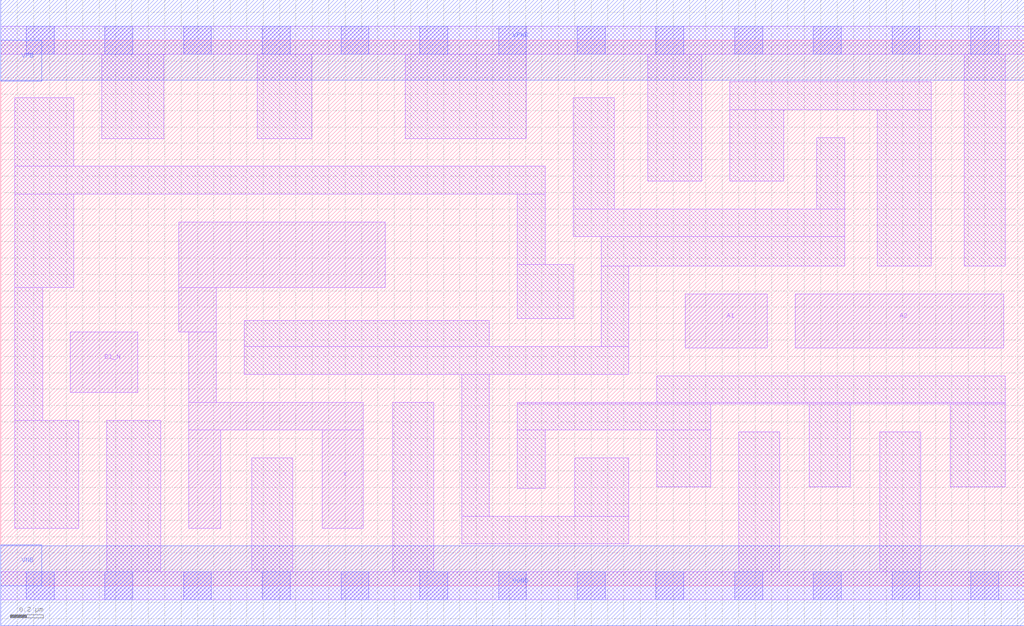
<source format=lef>
# Copyright 2020 The SkyWater PDK Authors
#
# Licensed under the Apache License, Version 2.0 (the "License");
# you may not use this file except in compliance with the License.
# You may obtain a copy of the License at
#
#     https://www.apache.org/licenses/LICENSE-2.0
#
# Unless required by applicable law or agreed to in writing, software
# distributed under the License is distributed on an "AS IS" BASIS,
# WITHOUT WARRANTIES OR CONDITIONS OF ANY KIND, either express or implied.
# See the License for the specific language governing permissions and
# limitations under the License.
#
# SPDX-License-Identifier: Apache-2.0

VERSION 5.5 ;
NAMESCASESENSITIVE ON ;
BUSBITCHARS "[]" ;
DIVIDERCHAR "/" ;
MACRO sky130_fd_sc_ms__o21ba_4
  CLASS CORE ;
  SOURCE USER ;
  ORIGIN  0.000000  0.000000 ;
  SIZE  6.240000 BY  3.330000 ;
  SYMMETRY X Y ;
  SITE unit ;
  PIN A1
    ANTENNAGATEAREA  0.492000 ;
    DIRECTION INPUT ;
    USE SIGNAL ;
    PORT
      LAYER li1 ;
        RECT 4.175000 1.450000 4.675000 1.780000 ;
    END
  END A1
  PIN A2
    ANTENNAGATEAREA  0.492000 ;
    DIRECTION INPUT ;
    USE SIGNAL ;
    PORT
      LAYER li1 ;
        RECT 4.845000 1.450000 6.115000 1.780000 ;
    END
  END A2
  PIN B1_N
    ANTENNAGATEAREA  0.279000 ;
    DIRECTION INPUT ;
    USE SIGNAL ;
    PORT
      LAYER li1 ;
        RECT 0.425000 1.180000 0.835000 1.550000 ;
    END
  END B1_N
  PIN X
    ANTENNADIFFAREA  1.093800 ;
    DIRECTION OUTPUT ;
    USE SIGNAL ;
    PORT
      LAYER li1 ;
        RECT 1.085000 1.550000 1.315000 1.820000 ;
        RECT 1.085000 1.820000 2.345000 2.220000 ;
        RECT 1.145000 0.350000 1.340000 0.950000 ;
        RECT 1.145000 0.950000 2.210000 1.120000 ;
        RECT 1.145000 1.120000 1.315000 1.550000 ;
        RECT 1.960000 0.350000 2.210000 0.950000 ;
    END
  END X
  PIN VGND
    DIRECTION INOUT ;
    USE GROUND ;
    PORT
      LAYER met1 ;
        RECT 0.000000 -0.245000 6.240000 0.245000 ;
    END
  END VGND
  PIN VNB
    DIRECTION INOUT ;
    USE GROUND ;
    PORT
    END
  END VNB
  PIN VPB
    DIRECTION INOUT ;
    USE POWER ;
    PORT
    END
  END VPB
  PIN VNB
    DIRECTION INOUT ;
    USE GROUND ;
    PORT
      LAYER met1 ;
        RECT 0.000000 0.000000 0.250000 0.250000 ;
    END
  END VNB
  PIN VPB
    DIRECTION INOUT ;
    USE POWER ;
    PORT
      LAYER met1 ;
        RECT 0.000000 3.080000 0.250000 3.330000 ;
    END
  END VPB
  PIN VPWR
    DIRECTION INOUT ;
    USE POWER ;
    PORT
      LAYER met1 ;
        RECT 0.000000 3.085000 6.240000 3.575000 ;
    END
  END VPWR
  OBS
    LAYER li1 ;
      RECT 0.000000 -0.085000 6.240000 0.085000 ;
      RECT 0.000000  3.245000 6.240000 3.415000 ;
      RECT 0.085000  0.350000 0.475000 1.010000 ;
      RECT 0.085000  1.010000 0.255000 1.820000 ;
      RECT 0.085000  1.820000 0.445000 2.390000 ;
      RECT 0.085000  2.390000 3.320000 2.560000 ;
      RECT 0.085000  2.560000 0.445000 2.980000 ;
      RECT 0.615000  2.730000 0.995000 3.245000 ;
      RECT 0.645000  0.085000 0.975000 1.010000 ;
      RECT 1.485000  1.290000 3.830000 1.460000 ;
      RECT 1.485000  1.460000 2.980000 1.620000 ;
      RECT 1.530000  0.085000 1.780000 0.780000 ;
      RECT 1.565000  2.730000 1.895000 3.245000 ;
      RECT 2.390000  0.085000 2.640000 1.120000 ;
      RECT 2.465000  2.730000 3.205000 3.245000 ;
      RECT 2.810000  0.255000 3.830000 0.425000 ;
      RECT 2.810000  0.425000 2.980000 1.290000 ;
      RECT 3.150000  0.595000 3.320000 0.950000 ;
      RECT 3.150000  0.950000 4.330000 1.110000 ;
      RECT 3.150000  1.110000 6.125000 1.120000 ;
      RECT 3.150000  1.630000 3.490000 1.960000 ;
      RECT 3.150000  1.960000 3.320000 2.390000 ;
      RECT 3.490000  2.130000 5.145000 2.300000 ;
      RECT 3.490000  2.300000 3.740000 2.980000 ;
      RECT 3.500000  0.425000 3.830000 0.780000 ;
      RECT 3.660000  1.460000 3.830000 1.950000 ;
      RECT 3.660000  1.950000 5.145000 2.130000 ;
      RECT 3.945000  2.470000 4.275000 3.245000 ;
      RECT 4.000000  0.605000 4.330000 0.950000 ;
      RECT 4.000000  1.120000 6.125000 1.280000 ;
      RECT 4.445000  2.470000 4.775000 2.905000 ;
      RECT 4.445000  2.905000 5.675000 3.075000 ;
      RECT 4.500000  0.085000 4.750000 0.940000 ;
      RECT 4.930000  0.605000 5.180000 1.110000 ;
      RECT 4.975000  2.300000 5.145000 2.735000 ;
      RECT 5.345000  1.950000 5.675000 2.905000 ;
      RECT 5.360000  0.085000 5.610000 0.940000 ;
      RECT 5.790000  0.605000 6.125000 1.110000 ;
      RECT 5.875000  1.950000 6.125000 3.245000 ;
    LAYER mcon ;
      RECT 0.155000 -0.085000 0.325000 0.085000 ;
      RECT 0.155000  3.245000 0.325000 3.415000 ;
      RECT 0.635000 -0.085000 0.805000 0.085000 ;
      RECT 0.635000  3.245000 0.805000 3.415000 ;
      RECT 1.115000 -0.085000 1.285000 0.085000 ;
      RECT 1.115000  3.245000 1.285000 3.415000 ;
      RECT 1.595000 -0.085000 1.765000 0.085000 ;
      RECT 1.595000  3.245000 1.765000 3.415000 ;
      RECT 2.075000 -0.085000 2.245000 0.085000 ;
      RECT 2.075000  3.245000 2.245000 3.415000 ;
      RECT 2.555000 -0.085000 2.725000 0.085000 ;
      RECT 2.555000  3.245000 2.725000 3.415000 ;
      RECT 3.035000 -0.085000 3.205000 0.085000 ;
      RECT 3.035000  3.245000 3.205000 3.415000 ;
      RECT 3.515000 -0.085000 3.685000 0.085000 ;
      RECT 3.515000  3.245000 3.685000 3.415000 ;
      RECT 3.995000 -0.085000 4.165000 0.085000 ;
      RECT 3.995000  3.245000 4.165000 3.415000 ;
      RECT 4.475000 -0.085000 4.645000 0.085000 ;
      RECT 4.475000  3.245000 4.645000 3.415000 ;
      RECT 4.955000 -0.085000 5.125000 0.085000 ;
      RECT 4.955000  3.245000 5.125000 3.415000 ;
      RECT 5.435000 -0.085000 5.605000 0.085000 ;
      RECT 5.435000  3.245000 5.605000 3.415000 ;
      RECT 5.915000 -0.085000 6.085000 0.085000 ;
      RECT 5.915000  3.245000 6.085000 3.415000 ;
  END
END sky130_fd_sc_ms__o21ba_4
END LIBRARY

</source>
